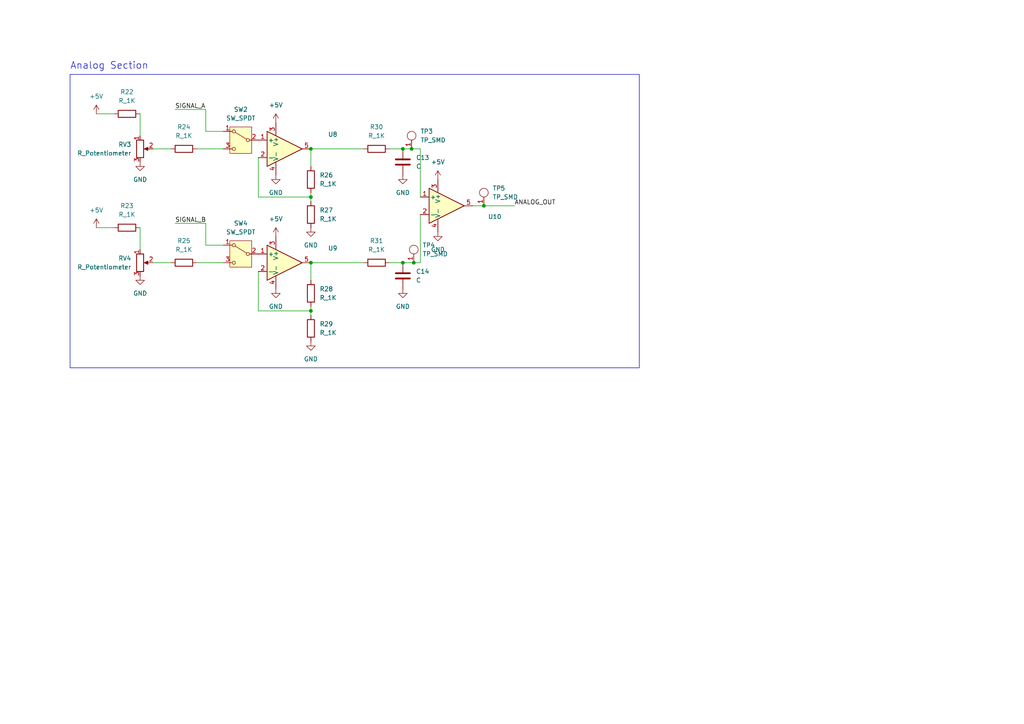
<source format=kicad_sch>
(kicad_sch (version 20230121) (generator eeschema)
  (paper "A4")
  (lib_symbols
    (symbol "Device:C" (pin_numbers hide) (pin_names (offset 0.254))
      (property "Reference" "C" (at 0.635 2.54 0))
      (property "Value" "C" (at 0.635 -2.54 0))
      (symbol "C_0_1"
        (polyline (pts (xy -2.032 -0.762) (xy 2.032 -0.762)) (stroke (width 0.508)))
        (polyline (pts (xy -2.032 0.762) (xy 2.032 0.762)) (stroke (width 0.508)))
      )
      (symbol "C_1_1"
        (pin passive line (at 0 3.81 270) (length 2.794) (name "~") (number "1"))
        (pin passive line (at 0 -3.81 90) (length 2.794) (name "~") (number "2"))
      )
    )
    (symbol "Device:R_Potentiometer" (pin_names (offset 1.016) hide)
      (property "Reference" "RV" (at -4.445 0 90))
      (property "Value" "R_Potentiometer" (at -2.54 0 90))
      (symbol "R_Potentiometer_0_1"
        (polyline (pts (xy 2.54 0) (xy 1.524 0)))
        (polyline (pts (xy 1.143 0) (xy 2.286 0.508) (xy 2.286 -0.508) (xy 1.143 0)) (fill (type outline)))
        (rectangle (start 1.016 2.54) (end -1.016 -2.54) (stroke (width 0.254)))
      )
      (symbol "R_Potentiometer_1_1"
        (pin passive line (at 0 3.81 270) (length 1.27) (name "1") (number "1"))
        (pin passive line (at 3.81 0 180) (length 1.27) (name "2") (number "2"))
        (pin passive line (at 0 -3.81 90) (length 1.27) (name "3") (number "3"))
      )
    )
    (symbol "Simulation_SPICE:OPAMP" (pin_names (offset 0.254))
      (property "Reference" "U" (at 3.81 3.175 0))
      (property "Value" "${SIM.PARAMS}" (at 3.81 -3.175 0))
      (symbol "OPAMP_0_1"
        (polyline (pts (xy 5.08 0) (xy -5.08 5.08) (xy -5.08 -5.08) (xy 5.08 0)) (stroke (width 0.254)) (fill (type background)))
      )
      (symbol "OPAMP_1_1"
        (pin input line (at -7.62 2.54 0) (length 2.54) (name "+") (number "1"))
        (pin input line (at -7.62 -2.54 0) (length 2.54) (name "-") (number "2"))
        (pin power_in line (at -2.54 7.62 270) (length 3.81) (name "V+") (number "3"))
        (pin power_in line (at -2.54 -7.62 90) (length 3.81) (name "V-") (number "4"))
        (pin output line (at 7.62 0 180) (length 2.54) (name "~") (number "5"))
      )
    )
    (symbol "Switch:SW_SPDT" (pin_names (offset 0) hide)
      (property "Reference" "SW" (at 0 5.08 0))
      (property "Value" "SW_SPDT" (at 0 -5.08 0))
      (symbol "SW_SPDT_0_1"
        (circle (center -2.032 0) (radius 0.4572))
        (polyline (pts (xy -1.651 0.254) (xy 1.651 2.286)))
        (circle (center 2.032 -2.54) (radius 0.4572))
        (circle (center 2.032 2.54) (radius 0.4572))
      )
      (symbol "SW_SPDT_1_1"
        (rectangle (start -3.175 3.81) (end 3.175 -3.81) (fill (type background)))
        (pin passive line (at 5.08 2.54 180) (length 2.54) (name "A") (number "1"))
        (pin passive line (at -5.08 0 0) (length 2.54) (name "B") (number "2"))
        (pin passive line (at 5.08 -2.54 180) (length 2.54) (name "C") (number "3"))
      )
    )
    (symbol "formula:R_1K" (pin_numbers hide) (pin_names (offset 0))
      (property "Reference" "R" (at 2.032 0 90))
      (property "Value" "R_1K" (at -2.54 0 90))
      (symbol "R_1K_0_1"
        (rectangle (start -1.016 -2.54) (end 1.016 2.54) (stroke (width 0.254)))
      )
      (symbol "R_1K_1_1"
        (pin passive line (at 0 3.81 270) (length 1.27) (name "~") (number "1"))
        (pin passive line (at 0 -3.81 90) (length 1.27) (name "~") (number "2"))
      )
    )
    (symbol "formula:TP_SMD" (pin_names (offset 1.016))
      (property "Reference" "TP" (at 0 7.62 0))
      (property "Value" "TP_SMD" (at 1.27 5.08 0))
      (symbol "TP_SMD_1_1"
        (circle (center 0 2.54) (radius 1.27))
        (pin input line (at 0 -1.27 90) (length 2.54) (name "~") (number "1"))
      )
    )
    (symbol "power:+5V" (power) (pin_names (offset 0))
      (property "Value" "+5V" (at 0 3.556 0))
      (symbol "+5V_0_1"
        (polyline (pts (xy -0.762 1.27) (xy 0 2.54)))
        (polyline (pts (xy 0 0) (xy 0 2.54)))
        (polyline (pts (xy 0 2.54) (xy 0.762 1.27)))
      )
      (symbol "+5V_1_1"
        (pin power_in line (at 0 0 90) (length 0) hide (name "+5V") (number "1"))
      )
    )
    (symbol "power:GND" (power) (pin_names (offset 0))
      (property "Value" "GND" (at 0 -3.81 0))
      (symbol "GND_0_1"
        (polyline (pts (xy 0 0) (xy 0 -1.27) (xy 1.27 -1.27) (xy 0 -2.54) (xy -1.27 -1.27) (xy 0 -1.27)))
      )
      (symbol "GND_1_1"
        (pin power_in line (at 0 0 270) (length 0) hide (name "GND") (number "1"))
      )
    )
  )
  (junction (at 116.84 76.2))
  (junction (at 90.17 90.17))
  (junction (at 119.38 43.18))
  (junction (at 140.335 59.69))
  (junction (at 90.17 76.2))
  (junction (at 90.17 57.15))
  (junction (at 90.17 43.18))
  (junction (at 120.015 76.2))
  (junction (at 116.84 43.18))
  (wire (pts (xy 40.64 66.04) (xy 40.64 72.39)))
  (wire (pts (xy 59.69 64.77) (xy 59.69 71.12)))
  (wire (pts (xy 119.38 43.18) (xy 121.92 43.18)))
  (wire (pts (xy 27.94 33.02) (xy 33.02 33.02)))
  (wire (pts (xy 116.84 76.2) (xy 120.015 76.2)))
  (wire (pts (xy 74.93 78.74) (xy 74.93 90.17)))
  (wire (pts (xy 74.93 45.72) (xy 74.93 57.15)))
  (wire (pts (xy 50.8 64.77) (xy 59.69 64.77)))
  (wire (pts (xy 74.93 57.15) (xy 90.17 57.15)))
  (wire (pts (xy 64.77 38.1) (xy 59.69 38.1)))
  (wire (pts (xy 90.17 76.2) (xy 90.17 81.28)))
  (wire (pts (xy 120.015 76.2) (xy 121.92 76.2)))
  (wire (pts (xy 113.03 76.2) (xy 116.84 76.2)))
  (wire (pts (xy 40.64 33.02) (xy 40.64 39.37)))
  (wire (pts (xy 44.45 76.2) (xy 49.53 76.2)))
  (wire (pts (xy 90.17 91.44) (xy 90.17 90.17)))
  (wire (pts (xy 59.69 31.75) (xy 59.69 38.1)))
  (wire (pts (xy 90.17 43.18) (xy 105.41 43.18)))
  (wire (pts (xy 57.15 76.2) (xy 64.77 76.2)))
  (wire (pts (xy 121.92 62.23) (xy 121.92 76.2)))
  (wire (pts (xy 149.225 59.69) (xy 140.335 59.69)))
  (wire (pts (xy 90.17 58.42) (xy 90.17 57.15)))
  (wire (pts (xy 113.03 43.18) (xy 116.84 43.18)))
  (wire (pts (xy 121.92 43.18) (xy 121.92 57.15)))
  (wire (pts (xy 90.17 43.18) (xy 90.17 48.26)))
  (wire (pts (xy 140.335 59.69) (xy 137.16 59.69)))
  (wire (pts (xy 57.15 43.18) (xy 64.77 43.18)))
  (wire (pts (xy 27.94 66.04) (xy 33.02 66.04)))
  (wire (pts (xy 50.8 31.75) (xy 59.69 31.75)))
  (wire (pts (xy 64.77 71.12) (xy 59.69 71.12)))
  (wire (pts (xy 116.84 43.18) (xy 119.38 43.18)))
  (wire (pts (xy 74.93 90.17) (xy 90.17 90.17)))
  (wire (pts (xy 44.45 43.18) (xy 49.53 43.18)))
  (wire (pts (xy 90.17 57.15) (xy 90.17 55.88)))
  (wire (pts (xy 90.17 76.2) (xy 105.41 76.2)))
  (wire (pts (xy 90.17 90.17) (xy 90.17 88.9)))
  (rectangle (start 20.32 21.59) (end 185.42 106.68))
  (text "Analog Section" (at 20.32 20.32 0) (effects (font (size 2 2)) (justify left bottom)))
  (label "SIGNAL_B" (at 50.8 64.77 0))
  (label "SIGNAL_A" (at 50.8 31.75 0))
  (label "ANALOG_OUT" (at 149.225 59.69 0))
  (symbol (lib_id "power:+5V") (at 27.94 33.02 0) (unit 1)
    (property "Reference" "#PWR042" (effects hide))
    (property "Value" "+5V" (at 27.94 27.94 0))
  )
  (symbol (lib_id "Device:C") (at 116.84 80.01 0) (unit 1)
    (property "Reference" "C14" (at 120.65 78.74 0) (effects (justify left)))
    (property "Value" "C" (at 120.65 81.28 0) (effects (justify left)))
  )
  (symbol (lib_id "formula:R_1K") (at 109.22 43.18 270) (unit 1)
    (property "Reference" "R30" (at 109.22 36.83 90))
    (property "Value" "R_1K" (at 109.22 39.37 90))
    (property "Footprint" "footprints:R_0805_OEM" (effects hide))
    (property "Datasheet" "https://www.seielect.com/Catalog/SEI-rncp.pdf" (effects hide))
    (property "MFN" "DK" (effects hide))
    (property "MPN" "RNCP0805FTD1K00CT-ND" (effects hide))
    (property "PurchasingLink" "https://www.digikey.com/products/en?keywords=RNCP0805FTD1K00CT-ND" (effects hide))
  )
  (symbol (lib_id "power:+5V") (at 80.01 35.56 0) (unit 1)
    (property "Reference" "#PWR046" (effects hide))
    (property "Value" "+5V" (at 80.01 30.48 0))
  )
  (symbol (lib_id "power:GND") (at 80.01 83.82 0) (unit 1)
    (property "Reference" "#PWR049" (effects hide))
    (property "Value" "GND" (at 80.01 88.9 0))
  )
  (symbol (lib_id "power:GND") (at 40.64 46.99 0) (unit 1)
    (property "Reference" "#PWR044" (effects hide))
    (property "Value" "GND" (at 40.64 52.07 0))
  )
  (symbol (lib_id "power:GND") (at 80.01 50.8 0) (unit 1)
    (property "Reference" "#PWR047" (effects hide))
    (property "Value" "GND" (at 80.01 55.88 0))
  )
  (symbol (lib_id "power:GND") (at 127 67.31 0) (unit 1)
    (property "Reference" "#PWR055" (effects hide))
    (property "Value" "GND" (at 127 72.39 0))
  )
  (symbol (lib_id "power:GND") (at 90.17 99.06 0) (unit 1)
    (property "Reference" "#PWR051" (effects hide))
    (property "Value" "GND" (at 90.17 104.14 0))
  )
  (symbol (lib_id "formula:TP_SMD") (at 140.335 58.42 0) (unit 1)
    (property "Reference" "TP5" (at 142.875 54.61 0) (effects (justify left)))
    (property "Value" "TP_SMD" (at 142.875 57.15 0) (effects (justify left)))
    (property "Footprint" "footprints:Test_Point_SMD" (effects hide))
    (property "MPN" "5019" (effects hide))
    (property "MFN" "Keystone" (effects hide))
    (property "DKPN" "36-5019TR-ND" (effects hide))
    (property "NewDesigns" "YES" (effects hide))
    (property "Stocked" "Reel" (effects hide))
    (property "Package" "Custom" (effects hide))
    (property "Style" "SMD" (effects hide))
  )
  (symbol (lib_id "formula:R_1K") (at 53.34 43.18 270) (unit 1)
    (property "Reference" "R24" (at 53.34 36.83 90))
    (property "Value" "R_1K" (at 53.34 39.37 90))
    (property "Footprint" "footprints:R_0805_OEM" (effects hide))
    (property "Datasheet" "https://www.seielect.com/Catalog/SEI-rncp.pdf" (effects hide))
    (property "MFN" "DK" (effects hide))
    (property "MPN" "RNCP0805FTD1K00CT-ND" (effects hide))
    (property "PurchasingLink" "https://www.digikey.com/products/en?keywords=RNCP0805FTD1K00CT-ND" (effects hide))
  )
  (symbol (lib_id "power:GND") (at 40.64 80.01 0) (unit 1)
    (property "Reference" "#PWR045" (effects hide))
    (property "Value" "GND" (at 40.64 85.09 0))
  )
  (symbol (lib_id "power:GND") (at 116.84 50.8 0) (unit 1)
    (property "Reference" "#PWR052" (effects hide))
    (property "Value" "GND" (at 116.84 55.88 0))
  )
  (symbol (lib_id "Simulation_SPICE:OPAMP") (at 82.55 76.2 0) (unit 1)
    (property "Reference" "U9" (at 96.52 72.0091 0))
    (property "Value" "${SIM.PARAMS}" (at 96.52 74.5491 0))
    (property "Datasheet" "https://ngspice.sourceforge.io/docs/ngspice-html-manual/manual.xhtml#sec__SUBCKT_Subcircuits" (effects hide))
    (property "Sim.Pins" "1=in+ 2=in- 3=vcc 4=vee 5=out" (effects hide))
    (property "Sim.Device" "SUBCKT" (effects hide))
    (property "Sim.Library" "${KICAD7_SYMBOL_DIR}/Simulation_SPICE.sp" (effects hide))
    (property "Sim.Name" "kicad_builtin_opamp" (effects hide))
  )
  (symbol (lib_id "formula:R_1K") (at 90.17 85.09 180) (unit 1)
    (property "Reference" "R28" (at 92.71 83.82 0) (effects (justify right)))
    (property "Value" "R_1K" (at 92.71 86.36 0) (effects (justify right)))
    (property "Footprint" "footprints:R_0805_OEM" (effects hide))
    (property "Datasheet" "https://www.seielect.com/Catalog/SEI-rncp.pdf" (effects hide))
    (property "MFN" "DK" (effects hide))
    (property "MPN" "RNCP0805FTD1K00CT-ND" (effects hide))
    (property "PurchasingLink" "https://www.digikey.com/products/en?keywords=RNCP0805FTD1K00CT-ND" (effects hide))
  )
  (symbol (lib_id "formula:R_1K") (at 36.83 66.04 270) (unit 1)
    (property "Reference" "R23" (at 36.83 59.69 90))
    (property "Value" "R_1K" (at 36.83 62.23 90))
    (property "Footprint" "footprints:R_0805_OEM" (effects hide))
    (property "Datasheet" "https://www.seielect.com/Catalog/SEI-rncp.pdf" (effects hide))
    (property "MFN" "DK" (effects hide))
    (property "MPN" "RNCP0805FTD1K00CT-ND" (effects hide))
    (property "PurchasingLink" "https://www.digikey.com/products/en?keywords=RNCP0805FTD1K00CT-ND" (effects hide))
  )
  (symbol (lib_id "formula:R_1K") (at 53.34 76.2 270) (unit 1)
    (property "Reference" "R25" (at 53.34 69.85 90))
    (property "Value" "R_1K" (at 53.34 72.39 90))
    (property "Footprint" "footprints:R_0805_OEM" (effects hide))
    (property "Datasheet" "https://www.seielect.com/Catalog/SEI-rncp.pdf" (effects hide))
    (property "MFN" "DK" (effects hide))
    (property "MPN" "RNCP0805FTD1K00CT-ND" (effects hide))
    (property "PurchasingLink" "https://www.digikey.com/products/en?keywords=RNCP0805FTD1K00CT-ND" (effects hide))
  )
  (symbol (lib_id "Device:R_Potentiometer") (at 40.64 76.2 0) (unit 1)
    (property "Reference" "RV4" (at 38.1 74.93 0) (effects (justify right)))
    (property "Value" "R_Potentiometer" (at 38.1 77.47 0) (effects (justify right)))
  )
  (symbol (lib_id "power:GND") (at 116.84 83.82 0) (unit 1)
    (property "Reference" "#PWR053" (effects hide))
    (property "Value" "GND" (at 116.84 88.9 0))
  )
  (symbol (lib_id "power:+5V") (at 27.94 66.04 0) (unit 1)
    (property "Reference" "#PWR043" (effects hide))
    (property "Value" "+5V" (at 27.94 60.96 0))
  )
  (symbol (lib_id "power:GND") (at 90.17 66.04 0) (unit 1)
    (property "Reference" "#PWR050" (effects hide))
    (property "Value" "GND" (at 90.17 71.12 0))
  )
  (symbol (lib_id "formula:TP_SMD") (at 119.38 41.91 0) (unit 1)
    (property "Reference" "TP3" (at 121.92 38.1 0) (effects (justify left)))
    (property "Value" "TP_SMD" (at 121.92 40.64 0) (effects (justify left)))
    (property "Footprint" "footprints:Test_Point_SMD" (effects hide))
    (property "MPN" "5019" (effects hide))
    (property "MFN" "Keystone" (effects hide))
    (property "DKPN" "36-5019TR-ND" (effects hide))
    (property "NewDesigns" "YES" (effects hide))
    (property "Stocked" "Reel" (effects hide))
    (property "Package" "Custom" (effects hide))
    (property "Style" "SMD" (effects hide))
  )
  (symbol (lib_id "Simulation_SPICE:OPAMP") (at 82.55 43.18 0) (unit 1)
    (property "Reference" "U8" (at 96.52 38.9891 0))
    (property "Value" "${SIM.PARAMS}" (at 96.52 41.5291 0))
    (property "Datasheet" "https://ngspice.sourceforge.io/docs/ngspice-html-manual/manual.xhtml#sec__SUBCKT_Subcircuits" (effects hide))
    (property "Sim.Pins" "1=in+ 2=in- 3=vcc 4=vee 5=out" (effects hide))
    (property "Sim.Device" "SUBCKT" (effects hide))
    (property "Sim.Library" "${KICAD7_SYMBOL_DIR}/Simulation_SPICE.sp" (effects hide))
    (property "Sim.Name" "kicad_builtin_opamp" (effects hide))
  )
  (symbol (lib_id "Device:R_Potentiometer") (at 40.64 43.18 0) (unit 1)
    (property "Reference" "RV3" (at 38.1 41.91 0) (effects (justify right)))
    (property "Value" "R_Potentiometer" (at 38.1 44.45 0) (effects (justify right)))
  )
  (symbol (lib_id "formula:R_1K") (at 90.17 62.23 180) (unit 1)
    (property "Reference" "R27" (at 92.71 60.96 0) (effects (justify right)))
    (property "Value" "R_1K" (at 92.71 63.5 0) (effects (justify right)))
    (property "Footprint" "footprints:R_0805_OEM" (effects hide))
    (property "Datasheet" "https://www.seielect.com/Catalog/SEI-rncp.pdf" (effects hide))
    (property "MFN" "DK" (effects hide))
    (property "MPN" "RNCP0805FTD1K00CT-ND" (effects hide))
    (property "PurchasingLink" "https://www.digikey.com/products/en?keywords=RNCP0805FTD1K00CT-ND" (effects hide))
  )
  (symbol (lib_id "formula:R_1K") (at 90.17 95.25 180) (unit 1)
    (property "Reference" "R29" (at 92.71 93.98 0) (effects (justify right)))
    (property "Value" "R_1K" (at 92.71 96.52 0) (effects (justify right)))
    (property "Footprint" "footprints:R_0805_OEM" (effects hide))
    (property "Datasheet" "https://www.seielect.com/Catalog/SEI-rncp.pdf" (effects hide))
    (property "MFN" "DK" (effects hide))
    (property "MPN" "RNCP0805FTD1K00CT-ND" (effects hide))
    (property "PurchasingLink" "https://www.digikey.com/products/en?keywords=RNCP0805FTD1K00CT-ND" (effects hide))
  )
  (symbol (lib_id "Switch:SW_SPDT") (at 69.85 40.64 0) (mirror y) (unit 1)
    (property "Reference" "SW2" (at 69.85 31.75 0))
    (property "Value" "SW_SPDT" (at 69.85 34.29 0))
  )
  (symbol (lib_id "power:+5V") (at 127 52.07 0) (unit 1)
    (property "Reference" "#PWR054" (effects hide))
    (property "Value" "+5V" (at 127 46.99 0))
  )
  (symbol (lib_id "formula:TP_SMD") (at 120.015 74.93 0) (unit 1)
    (property "Reference" "TP4" (at 122.555 71.12 0) (effects (justify left)))
    (property "Value" "TP_SMD" (at 122.555 73.66 0) (effects (justify left)))
    (property "Footprint" "footprints:Test_Point_SMD" (effects hide))
    (property "MPN" "5019" (effects hide))
    (property "MFN" "Keystone" (effects hide))
    (property "DKPN" "36-5019TR-ND" (effects hide))
    (property "NewDesigns" "YES" (effects hide))
    (property "Stocked" "Reel" (effects hide))
    (property "Package" "Custom" (effects hide))
    (property "Style" "SMD" (effects hide))
  )
  (symbol (lib_id "power:+5V") (at 80.01 68.58 0) (unit 1)
    (property "Reference" "#PWR048" (effects hide))
    (property "Value" "+5V" (at 80.01 63.5 0))
  )
  (symbol (lib_id "formula:R_1K") (at 36.83 33.02 270) (unit 1)
    (property "Reference" "R22" (at 36.83 26.67 90))
    (property "Value" "R_1K" (at 36.83 29.21 90))
    (property "Footprint" "footprints:R_0805_OEM" (effects hide))
    (property "Datasheet" "https://www.seielect.com/Catalog/SEI-rncp.pdf" (effects hide))
    (property "MFN" "DK" (effects hide))
    (property "MPN" "RNCP0805FTD1K00CT-ND" (effects hide))
    (property "PurchasingLink" "https://www.digikey.com/products/en?keywords=RNCP0805FTD1K00CT-ND" (effects hide))
  )
  (symbol (lib_id "formula:R_1K") (at 109.22 76.2 270) (unit 1)
    (property "Reference" "R31" (at 109.22 69.85 90))
    (property "Value" "R_1K" (at 109.22 72.39 90))
    (property "Footprint" "footprints:R_0805_OEM" (effects hide))
    (property "Datasheet" "https://www.seielect.com/Catalog/SEI-rncp.pdf" (effects hide))
    (property "MFN" "DK" (effects hide))
    (property "MPN" "RNCP0805FTD1K00CT-ND" (effects hide))
    (property "PurchasingLink" "https://www.digikey.com/products/en?keywords=RNCP0805FTD1K00CT-ND" (effects hide))
  )
  (symbol (lib_id "Switch:SW_SPDT") (at 69.85 73.66 0) (mirror y) (unit 1)
    (property "Reference" "SW4" (at 69.85 64.77 0))
    (property "Value" "SW_SPDT" (at 69.85 67.31 0))
  )
  (symbol (lib_id "Simulation_SPICE:OPAMP") (at 129.54 59.69 0) (unit 1)
    (property "Reference" "U10" (at 143.51 62.865 0))
    (property "Value" "${SIM.PARAMS}" (at 143.51 60.96 0))
    (property "Datasheet" "https://ngspice.sourceforge.io/docs/ngspice-html-manual/manual.xhtml#sec__SUBCKT_Subcircuits" (effects hide))
    (property "Sim.Pins" "1=in+ 2=in- 3=vcc 4=vee 5=out" (effects hide))
    (property "Sim.Device" "SUBCKT" (effects hide))
    (property "Sim.Library" "${KICAD7_SYMBOL_DIR}/Simulation_SPICE.sp" (effects hide))
    (property "Sim.Name" "kicad_builtin_opamp" (effects hide))
  )
  (symbol (lib_id "Device:C") (at 116.84 46.99 0) (unit 1)
    (property "Reference" "C13" (at 120.65 45.72 0) (effects (justify left)))
    (property "Value" "C" (at 120.65 48.26 0) (effects (justify left)))
  )
  (symbol (lib_id "formula:R_1K") (at 90.17 52.07 180) (unit 1)
    (property "Reference" "R26" (at 92.71 50.8 0) (effects (justify right)))
    (property "Value" "R_1K" (at 92.71 53.34 0) (effects (justify right)))
    (property "Footprint" "footprints:R_0805_OEM" (effects hide))
    (property "Datasheet" "https://www.seielect.com/Catalog/SEI-rncp.pdf" (effects hide))
    (property "MFN" "DK" (effects hide))
    (property "MPN" "RNCP0805FTD1K00CT-ND" (effects hide))
    (property "PurchasingLink" "https://www.digikey.com/products/en?keywords=RNCP0805FTD1K00CT-ND" (effects hide))
  )
)
</source>
